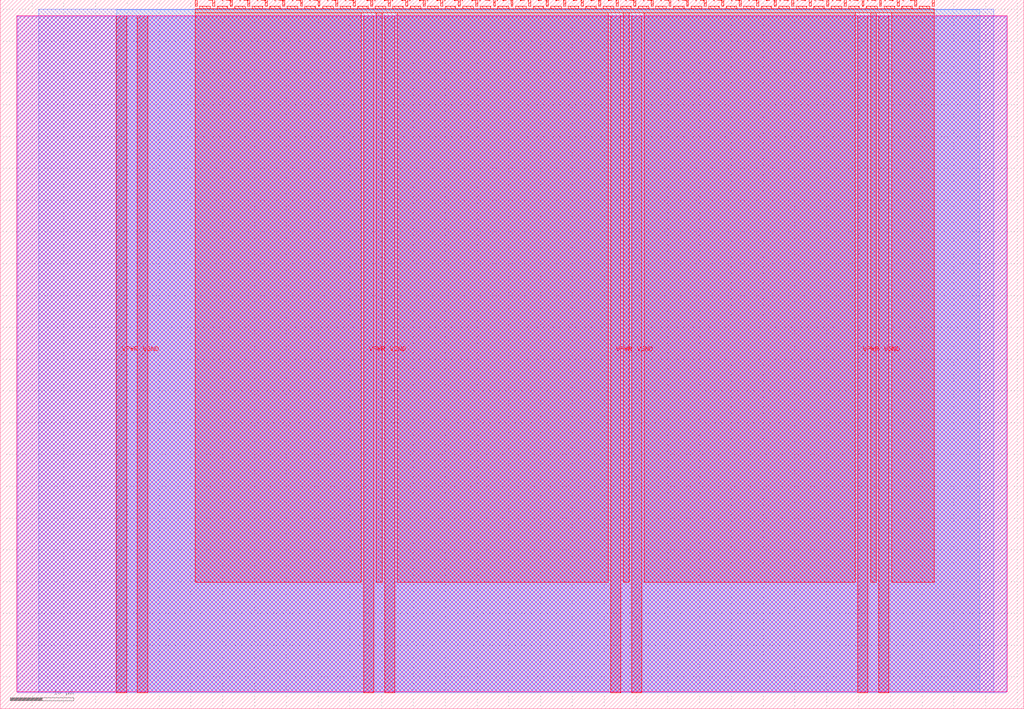
<source format=lef>
VERSION 5.7 ;
  NOWIREEXTENSIONATPIN ON ;
  DIVIDERCHAR "/" ;
  BUSBITCHARS "[]" ;
MACRO tt_um_hpdl1414_uart_atudoroi
  CLASS BLOCK ;
  FOREIGN tt_um_hpdl1414_uart_atudoroi ;
  ORIGIN 0.000 0.000 ;
  SIZE 161.000 BY 111.520 ;
  PIN VGND
    DIRECTION INOUT ;
    USE GROUND ;
    PORT
      LAYER met4 ;
        RECT 21.580 2.480 23.180 109.040 ;
    END
    PORT
      LAYER met4 ;
        RECT 60.450 2.480 62.050 109.040 ;
    END
    PORT
      LAYER met4 ;
        RECT 99.320 2.480 100.920 109.040 ;
    END
    PORT
      LAYER met4 ;
        RECT 138.190 2.480 139.790 109.040 ;
    END
  END VGND
  PIN VPWR
    DIRECTION INOUT ;
    USE POWER ;
    PORT
      LAYER met4 ;
        RECT 18.280 2.480 19.880 109.040 ;
    END
    PORT
      LAYER met4 ;
        RECT 57.150 2.480 58.750 109.040 ;
    END
    PORT
      LAYER met4 ;
        RECT 96.020 2.480 97.620 109.040 ;
    END
    PORT
      LAYER met4 ;
        RECT 134.890 2.480 136.490 109.040 ;
    END
  END VPWR
  PIN clk
    DIRECTION INPUT ;
    USE SIGNAL ;
    ANTENNAGATEAREA 0.852000 ;
    PORT
      LAYER met4 ;
        RECT 143.830 110.520 144.130 111.520 ;
    END
  END clk
  PIN ena
    DIRECTION INPUT ;
    USE SIGNAL ;
    PORT
      LAYER met4 ;
        RECT 146.590 110.520 146.890 111.520 ;
    END
  END ena
  PIN rst_n
    DIRECTION INPUT ;
    USE SIGNAL ;
    ANTENNAGATEAREA 0.213000 ;
    PORT
      LAYER met4 ;
        RECT 141.070 110.520 141.370 111.520 ;
    END
  END rst_n
  PIN ui_in[0]
    DIRECTION INPUT ;
    USE SIGNAL ;
    PORT
      LAYER met4 ;
        RECT 138.310 110.520 138.610 111.520 ;
    END
  END ui_in[0]
  PIN ui_in[1]
    DIRECTION INPUT ;
    USE SIGNAL ;
    PORT
      LAYER met4 ;
        RECT 135.550 110.520 135.850 111.520 ;
    END
  END ui_in[1]
  PIN ui_in[2]
    DIRECTION INPUT ;
    USE SIGNAL ;
    PORT
      LAYER met4 ;
        RECT 132.790 110.520 133.090 111.520 ;
    END
  END ui_in[2]
  PIN ui_in[3]
    DIRECTION INPUT ;
    USE SIGNAL ;
    PORT
      LAYER met4 ;
        RECT 130.030 110.520 130.330 111.520 ;
    END
  END ui_in[3]
  PIN ui_in[4]
    DIRECTION INPUT ;
    USE SIGNAL ;
    PORT
      LAYER met4 ;
        RECT 127.270 110.520 127.570 111.520 ;
    END
  END ui_in[4]
  PIN ui_in[5]
    DIRECTION INPUT ;
    USE SIGNAL ;
    PORT
      LAYER met4 ;
        RECT 124.510 110.520 124.810 111.520 ;
    END
  END ui_in[5]
  PIN ui_in[6]
    DIRECTION INPUT ;
    USE SIGNAL ;
    PORT
      LAYER met4 ;
        RECT 121.750 110.520 122.050 111.520 ;
    END
  END ui_in[6]
  PIN ui_in[7]
    DIRECTION INPUT ;
    USE SIGNAL ;
    PORT
      LAYER met4 ;
        RECT 118.990 110.520 119.290 111.520 ;
    END
  END ui_in[7]
  PIN uio_in[0]
    DIRECTION INPUT ;
    USE SIGNAL ;
    PORT
      LAYER met4 ;
        RECT 116.230 110.520 116.530 111.520 ;
    END
  END uio_in[0]
  PIN uio_in[1]
    DIRECTION INPUT ;
    USE SIGNAL ;
    PORT
      LAYER met4 ;
        RECT 113.470 110.520 113.770 111.520 ;
    END
  END uio_in[1]
  PIN uio_in[2]
    DIRECTION INPUT ;
    USE SIGNAL ;
    PORT
      LAYER met4 ;
        RECT 110.710 110.520 111.010 111.520 ;
    END
  END uio_in[2]
  PIN uio_in[3]
    DIRECTION INPUT ;
    USE SIGNAL ;
    ANTENNAGATEAREA 0.196500 ;
    PORT
      LAYER met4 ;
        RECT 107.950 110.520 108.250 111.520 ;
    END
  END uio_in[3]
  PIN uio_in[4]
    DIRECTION INPUT ;
    USE SIGNAL ;
    PORT
      LAYER met4 ;
        RECT 105.190 110.520 105.490 111.520 ;
    END
  END uio_in[4]
  PIN uio_in[5]
    DIRECTION INPUT ;
    USE SIGNAL ;
    PORT
      LAYER met4 ;
        RECT 102.430 110.520 102.730 111.520 ;
    END
  END uio_in[5]
  PIN uio_in[6]
    DIRECTION INPUT ;
    USE SIGNAL ;
    PORT
      LAYER met4 ;
        RECT 99.670 110.520 99.970 111.520 ;
    END
  END uio_in[6]
  PIN uio_in[7]
    DIRECTION INPUT ;
    USE SIGNAL ;
    PORT
      LAYER met4 ;
        RECT 96.910 110.520 97.210 111.520 ;
    END
  END uio_in[7]
  PIN uio_oe[0]
    DIRECTION OUTPUT ;
    USE SIGNAL ;
    PORT
      LAYER met4 ;
        RECT 49.990 110.520 50.290 111.520 ;
    END
  END uio_oe[0]
  PIN uio_oe[1]
    DIRECTION OUTPUT ;
    USE SIGNAL ;
    PORT
      LAYER met4 ;
        RECT 47.230 110.520 47.530 111.520 ;
    END
  END uio_oe[1]
  PIN uio_oe[2]
    DIRECTION OUTPUT ;
    USE SIGNAL ;
    PORT
      LAYER met4 ;
        RECT 44.470 110.520 44.770 111.520 ;
    END
  END uio_oe[2]
  PIN uio_oe[3]
    DIRECTION OUTPUT ;
    USE SIGNAL ;
    PORT
      LAYER met4 ;
        RECT 41.710 110.520 42.010 111.520 ;
    END
  END uio_oe[3]
  PIN uio_oe[4]
    DIRECTION OUTPUT ;
    USE SIGNAL ;
    PORT
      LAYER met4 ;
        RECT 38.950 110.520 39.250 111.520 ;
    END
  END uio_oe[4]
  PIN uio_oe[5]
    DIRECTION OUTPUT ;
    USE SIGNAL ;
    PORT
      LAYER met4 ;
        RECT 36.190 110.520 36.490 111.520 ;
    END
  END uio_oe[5]
  PIN uio_oe[6]
    DIRECTION OUTPUT ;
    USE SIGNAL ;
    PORT
      LAYER met4 ;
        RECT 33.430 110.520 33.730 111.520 ;
    END
  END uio_oe[6]
  PIN uio_oe[7]
    DIRECTION OUTPUT ;
    USE SIGNAL ;
    PORT
      LAYER met4 ;
        RECT 30.670 110.520 30.970 111.520 ;
    END
  END uio_oe[7]
  PIN uio_out[0]
    DIRECTION OUTPUT ;
    USE SIGNAL ;
    ANTENNADIFFAREA 0.445500 ;
    PORT
      LAYER met4 ;
        RECT 72.070 110.520 72.370 111.520 ;
    END
  END uio_out[0]
  PIN uio_out[1]
    DIRECTION OUTPUT ;
    USE SIGNAL ;
    ANTENNADIFFAREA 0.445500 ;
    PORT
      LAYER met4 ;
        RECT 69.310 110.520 69.610 111.520 ;
    END
  END uio_out[1]
  PIN uio_out[2]
    DIRECTION OUTPUT ;
    USE SIGNAL ;
    ANTENNADIFFAREA 0.445500 ;
    PORT
      LAYER met4 ;
        RECT 66.550 110.520 66.850 111.520 ;
    END
  END uio_out[2]
  PIN uio_out[3]
    DIRECTION OUTPUT ;
    USE SIGNAL ;
    ANTENNADIFFAREA 0.445500 ;
    PORT
      LAYER met4 ;
        RECT 63.790 110.520 64.090 111.520 ;
    END
  END uio_out[3]
  PIN uio_out[4]
    DIRECTION OUTPUT ;
    USE SIGNAL ;
    ANTENNADIFFAREA 0.445500 ;
    PORT
      LAYER met4 ;
        RECT 61.030 110.520 61.330 111.520 ;
    END
  END uio_out[4]
  PIN uio_out[5]
    DIRECTION OUTPUT ;
    USE SIGNAL ;
    ANTENNADIFFAREA 0.445500 ;
    PORT
      LAYER met4 ;
        RECT 58.270 110.520 58.570 111.520 ;
    END
  END uio_out[5]
  PIN uio_out[6]
    DIRECTION OUTPUT ;
    USE SIGNAL ;
    PORT
      LAYER met4 ;
        RECT 55.510 110.520 55.810 111.520 ;
    END
  END uio_out[6]
  PIN uio_out[7]
    DIRECTION OUTPUT ;
    USE SIGNAL ;
    PORT
      LAYER met4 ;
        RECT 52.750 110.520 53.050 111.520 ;
    END
  END uio_out[7]
  PIN uo_out[0]
    DIRECTION OUTPUT ;
    USE SIGNAL ;
    ANTENNADIFFAREA 0.445500 ;
    PORT
      LAYER met4 ;
        RECT 94.150 110.520 94.450 111.520 ;
    END
  END uo_out[0]
  PIN uo_out[1]
    DIRECTION OUTPUT ;
    USE SIGNAL ;
    ANTENNADIFFAREA 0.445500 ;
    PORT
      LAYER met4 ;
        RECT 91.390 110.520 91.690 111.520 ;
    END
  END uo_out[1]
  PIN uo_out[2]
    DIRECTION OUTPUT ;
    USE SIGNAL ;
    ANTENNADIFFAREA 0.445500 ;
    PORT
      LAYER met4 ;
        RECT 88.630 110.520 88.930 111.520 ;
    END
  END uo_out[2]
  PIN uo_out[3]
    DIRECTION OUTPUT ;
    USE SIGNAL ;
    ANTENNADIFFAREA 0.445500 ;
    PORT
      LAYER met4 ;
        RECT 85.870 110.520 86.170 111.520 ;
    END
  END uo_out[3]
  PIN uo_out[4]
    DIRECTION OUTPUT ;
    USE SIGNAL ;
    ANTENNADIFFAREA 0.445500 ;
    PORT
      LAYER met4 ;
        RECT 83.110 110.520 83.410 111.520 ;
    END
  END uo_out[4]
  PIN uo_out[5]
    DIRECTION OUTPUT ;
    USE SIGNAL ;
    ANTENNADIFFAREA 0.445500 ;
    PORT
      LAYER met4 ;
        RECT 80.350 110.520 80.650 111.520 ;
    END
  END uo_out[5]
  PIN uo_out[6]
    DIRECTION OUTPUT ;
    USE SIGNAL ;
    ANTENNADIFFAREA 0.445500 ;
    PORT
      LAYER met4 ;
        RECT 77.590 110.520 77.890 111.520 ;
    END
  END uo_out[6]
  PIN uo_out[7]
    DIRECTION OUTPUT ;
    USE SIGNAL ;
    PORT
      LAYER met4 ;
        RECT 74.830 110.520 75.130 111.520 ;
    END
  END uo_out[7]
  OBS
      LAYER nwell ;
        RECT 2.570 2.635 158.430 108.990 ;
      LAYER li1 ;
        RECT 2.760 2.635 158.240 108.885 ;
      LAYER met1 ;
        RECT 2.760 2.480 158.240 109.040 ;
      LAYER met2 ;
        RECT 6.080 2.535 156.300 110.005 ;
      LAYER met3 ;
        RECT 18.290 2.555 154.035 109.985 ;
      LAYER met4 ;
        RECT 31.370 110.120 33.030 110.520 ;
        RECT 34.130 110.120 35.790 110.520 ;
        RECT 36.890 110.120 38.550 110.520 ;
        RECT 39.650 110.120 41.310 110.520 ;
        RECT 42.410 110.120 44.070 110.520 ;
        RECT 45.170 110.120 46.830 110.520 ;
        RECT 47.930 110.120 49.590 110.520 ;
        RECT 50.690 110.120 52.350 110.520 ;
        RECT 53.450 110.120 55.110 110.520 ;
        RECT 56.210 110.120 57.870 110.520 ;
        RECT 58.970 110.120 60.630 110.520 ;
        RECT 61.730 110.120 63.390 110.520 ;
        RECT 64.490 110.120 66.150 110.520 ;
        RECT 67.250 110.120 68.910 110.520 ;
        RECT 70.010 110.120 71.670 110.520 ;
        RECT 72.770 110.120 74.430 110.520 ;
        RECT 75.530 110.120 77.190 110.520 ;
        RECT 78.290 110.120 79.950 110.520 ;
        RECT 81.050 110.120 82.710 110.520 ;
        RECT 83.810 110.120 85.470 110.520 ;
        RECT 86.570 110.120 88.230 110.520 ;
        RECT 89.330 110.120 90.990 110.520 ;
        RECT 92.090 110.120 93.750 110.520 ;
        RECT 94.850 110.120 96.510 110.520 ;
        RECT 97.610 110.120 99.270 110.520 ;
        RECT 100.370 110.120 102.030 110.520 ;
        RECT 103.130 110.120 104.790 110.520 ;
        RECT 105.890 110.120 107.550 110.520 ;
        RECT 108.650 110.120 110.310 110.520 ;
        RECT 111.410 110.120 113.070 110.520 ;
        RECT 114.170 110.120 115.830 110.520 ;
        RECT 116.930 110.120 118.590 110.520 ;
        RECT 119.690 110.120 121.350 110.520 ;
        RECT 122.450 110.120 124.110 110.520 ;
        RECT 125.210 110.120 126.870 110.520 ;
        RECT 127.970 110.120 129.630 110.520 ;
        RECT 130.730 110.120 132.390 110.520 ;
        RECT 133.490 110.120 135.150 110.520 ;
        RECT 136.250 110.120 137.910 110.520 ;
        RECT 139.010 110.120 140.670 110.520 ;
        RECT 141.770 110.120 143.430 110.520 ;
        RECT 144.530 110.120 146.190 110.520 ;
        RECT 30.655 109.440 146.905 110.120 ;
        RECT 30.655 19.895 56.750 109.440 ;
        RECT 59.150 19.895 60.050 109.440 ;
        RECT 62.450 19.895 95.620 109.440 ;
        RECT 98.020 19.895 98.920 109.440 ;
        RECT 101.320 19.895 134.490 109.440 ;
        RECT 136.890 19.895 137.790 109.440 ;
        RECT 140.190 19.895 146.905 109.440 ;
  END
END tt_um_hpdl1414_uart_atudoroi
END LIBRARY


</source>
